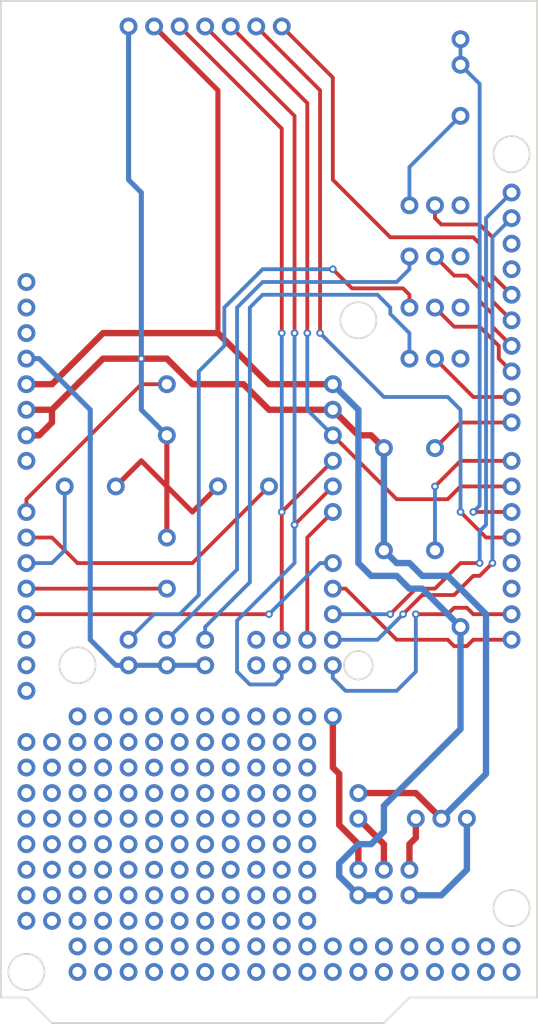
<source format=kicad_pcb>
(kicad_pcb (version 20171130) (host pcbnew "(5.1.8)-1")

  (general
    (thickness 1.6)
    (drawings 54)
    (tracks 515)
    (zones 0)
    (modules 0)
    (nets 1)
  )

  (page User 101.6 152.4)
  (layers
    (0 F.Cu mixed)
    (31 B.Cu mixed)
    (33 F.Adhes user hide)
    (35 F.Paste user hide)
    (37 F.SilkS user hide)
    (38 B.Mask user hide)
    (39 F.Mask user hide)
    (40 Dwgs.User user)
    (41 Cmts.User user hide)
    (42 Eco1.User user hide)
    (43 Eco2.User user hide)
    (44 Edge.Cuts user)
    (45 Margin user hide)
    (46 B.CrtYd user hide)
    (47 F.CrtYd user hide)
    (49 F.Fab user hide)
  )

  (setup
    (last_trace_width 0.381)
    (user_trace_width 0.254)
    (user_trace_width 0.381)
    (user_trace_width 0.508)
    (user_trace_width 0.635)
    (trace_clearance 0.2)
    (zone_clearance 0.508)
    (zone_45_only yes)
    (trace_min 0.1778)
    (via_size 0.8)
    (via_drill 0.4)
    (via_min_size 0.381)
    (via_min_drill 0.2794)
    (user_via 0.762 0.381)
    (user_via 1.778 1.016)
    (uvia_size 0.508)
    (uvia_drill 0.254)
    (uvias_allowed yes)
    (uvia_min_size 0.508)
    (uvia_min_drill 0.254)
    (edge_width 0.05)
    (segment_width 0.2)
    (pcb_text_width 0.3)
    (pcb_text_size 1.5 1.5)
    (mod_edge_width 0.12)
    (mod_text_size 1 1)
    (mod_text_width 0.15)
    (pad_size 1.524 1.524)
    (pad_drill 0.762)
    (pad_to_mask_clearance 0)
    (aux_axis_origin 0 0)
    (grid_origin 8.89 8.89)
    (visible_elements 7FFFFFFF)
    (pcbplotparams
      (layerselection 0x2f0ea_ffffffff)
      (usegerberextensions false)
      (usegerberattributes true)
      (usegerberadvancedattributes true)
      (creategerberjobfile true)
      (excludeedgelayer true)
      (linewidth 0.127000)
      (plotframeref true)
      (viasonmask true)
      (mode 1)
      (useauxorigin false)
      (hpglpennumber 1)
      (hpglpenspeed 20)
      (hpglpendiameter 15.000000)
      (psnegative false)
      (psa4output false)
      (plotreference true)
      (plotvalue true)
      (plotinvisibletext false)
      (padsonsilk false)
      (subtractmaskfromsilk true)
      (outputformat 1)
      (mirror false)
      (drillshape 0)
      (scaleselection 1)
      (outputdirectory ""))
  )

  (net 0 "")

  (net_class Default "This is the default net class."
    (clearance 0.2)
    (trace_width 0.25)
    (via_dia 0.8)
    (via_drill 0.4)
    (uvia_dia 0.508)
    (uvia_drill 0.254)
  )

  (gr_line (start 60.325 86.36) (end 60.325 99.06) (layer Dwgs.User) (width 0.15) (tstamp 601B0AEE))
  (gr_line (start 70.485 86.36) (end 60.325 86.36) (layer Dwgs.User) (width 0.15))
  (gr_line (start 70.485 99.06) (end 70.485 86.36) (layer Dwgs.User) (width 0.15))
  (gr_line (start 60.325 99.06) (end 70.485 99.06) (layer Dwgs.User) (width 0.15))
  (gr_circle (center 57.15 48.26) (end 58.946051 48.26) (layer Edge.Cuts) (width 0.1778))
  (gr_line (start 62.23 115.57) (end 74.93 115.57) (layer Edge.Cuts) (width 0.1778) (tstamp 5FDE6659))
  (gr_line (start 59.69 118.11) (end 26.67 118.11) (layer Edge.Cuts) (width 0.1778) (tstamp 5FDE6656))
  (gr_circle (center 24.13 113.03) (end 25.4 114.3) (layer Edge.Cuts) (width 0.1778))
  (gr_line (start 59.69 118.11) (end 62.23 115.57) (layer Edge.Cuts) (width 0.1778))
  (gr_circle (center 72.39 106.68) (end 73.66 107.95) (layer Edge.Cuts) (width 0.1778))
  (gr_line (start 24.13 115.57) (end 26.67 118.11) (layer Edge.Cuts) (width 0.1778))
  (gr_line (start 21.59 115.57) (end 24.13 115.57) (layer Edge.Cuts) (width 0.1778))
  (gr_circle (center 29.21 82.55) (end 30.48 83.82) (layer Edge.Cuts) (width 0.1778))
  (gr_circle (center 57.15 82.55) (end 58.42 83.185) (layer Edge.Cuts) (width 0.1778))
  (gr_circle (center 72.39 31.75) (end 73.66 30.48) (layer Edge.Cuts) (width 0.1778))
  (gr_line (start 74.93 16.51) (end 21.59 16.51) (layer Edge.Cuts) (width 0.1778) (tstamp 5FC4A363))
  (gr_line (start 74.93 115.57) (end 74.93 16.51) (layer Edge.Cuts) (width 0.1778))
  (gr_line (start 21.59 16.51) (end 21.59 115.57) (layer Edge.Cuts) (width 0.1778))
  (gr_line (start 68.58 49.53) (end 68.58 45.72) (layer Dwgs.User) (width 0.15))
  (gr_line (start 60.96 49.53) (end 68.58 49.53) (layer Dwgs.User) (width 0.15))
  (gr_line (start 68.58 45.72) (end 60.96 45.72) (layer Dwgs.User) (width 0.15) (tstamp 5FC35979))
  (gr_line (start 60.96 45.72) (end 60.96 49.53) (layer Dwgs.User) (width 0.15))
  (gr_line (start 68.58 40.64) (end 60.96 40.64) (layer Dwgs.User) (width 0.15) (tstamp 5FC3595A))
  (gr_line (start 60.96 44.45) (end 68.58 44.45) (layer Dwgs.User) (width 0.15))
  (gr_line (start 60.96 40.64) (end 60.96 44.45) (layer Dwgs.User) (width 0.15))
  (gr_line (start 68.58 44.45) (end 68.58 40.64) (layer Dwgs.User) (width 0.15))
  (gr_line (start 68.58 35.56) (end 60.96 35.56) (layer Dwgs.User) (width 0.15) (tstamp 5FC35953))
  (gr_line (start 60.96 35.56) (end 60.96 39.37) (layer Dwgs.User) (width 0.15))
  (gr_line (start 60.96 39.37) (end 68.58 39.37) (layer Dwgs.User) (width 0.15))
  (gr_line (start 68.58 39.37) (end 68.58 35.56) (layer Dwgs.User) (width 0.15))
  (gr_circle (center 30.48 64.77) (end 33.02 64.77) (layer Dwgs.User) (width 0.15))
  (gr_circle (center 62.23 71.12) (end 64.77 71.12) (layer Dwgs.User) (width 0.15))
  (gr_line (start 25.4 45.72) (end 59.69 45.72) (layer Dwgs.User) (width 0.15))
  (gr_line (start 59.69 22.86) (end 25.4 22.86) (layer Dwgs.User) (width 0.15))
  (gr_line (start 68.58 50.8) (end 60.96 50.8) (layer Dwgs.User) (width 0.15) (tstamp 5FC3597F))
  (gr_line (start 68.58 54.61) (end 68.58 50.8) (layer Dwgs.User) (width 0.15))
  (gr_line (start 60.96 54.61) (end 68.58 54.61) (layer Dwgs.User) (width 0.15))
  (gr_line (start 60.96 50.8) (end 60.96 54.61) (layer Dwgs.User) (width 0.15))
  (gr_circle (center 67.31 24.13) (end 67.31 30.48) (layer Dwgs.User) (width 0.15))
  (gr_circle (center 45.72 64.77) (end 48.26 64.77) (layer Dwgs.User) (width 0.15))
  (gr_circle (center 38.1 72.39) (end 38.1 69.85) (layer Dwgs.User) (width 0.15))
  (gr_circle (center 38.1 57.15) (end 38.1 54.61) (layer Dwgs.User) (width 0.15))
  (gr_circle (center 62.23 60.96) (end 64.77 60.96) (layer Dwgs.User) (width 0.15))
  (gr_line (start 59.69 17.78) (end 25.4 17.78) (layer Dwgs.User) (width 0.15) (tstamp 5FC3435D))
  (gr_line (start 59.69 50.8) (end 59.69 17.78) (layer Dwgs.User) (width 0.15))
  (gr_line (start 25.4 50.8) (end 59.69 50.8) (layer Dwgs.User) (width 0.15))
  (gr_line (start 25.4 17.78) (end 25.4 50.8) (layer Dwgs.User) (width 0.15))
  (gr_line (start 53.34 78.74) (end 45.72 78.74) (layer Dwgs.User) (width 0.15) (tstamp 5FC342E7))
  (gr_line (start 53.34 83.82) (end 53.34 78.74) (layer Dwgs.User) (width 0.15))
  (gr_line (start 45.72 83.82) (end 53.34 83.82) (layer Dwgs.User) (width 0.15))
  (gr_line (start 45.72 78.74) (end 45.72 83.82) (layer Dwgs.User) (width 0.15))
  (gr_circle (center 41.91 81.28) (end 41.91 80.01) (layer Dwgs.User) (width 0.15))
  (gr_circle (center 38.1 81.28) (end 38.1 80.01) (layer Dwgs.User) (width 0.15))
  (gr_circle (center 34.29 81.28) (end 34.29 80.01) (layer Dwgs.User) (width 0.15))

  (via blind (at 49.53 67.31) (size 0.762) (drill 0.381) (layers F.Cu B.Cu) (net 0))
  (via (at 53.34 49.53) (size 0.762) (drill 0.381) (layers F.Cu B.Cu) (net 0))
  (via blind (at 35.56 52.07) (size 0.762) (drill 0.381) (layers F.Cu B.Cu) (net 0))
  (segment (start 38.1 59.69) (end 38.1 59.69) (width 0.381) (layer F.Cu) (net 0))
  (segment (start 33.02 64.77) (end 33.02 64.77) (width 0.381) (layer F.Cu) (net 0))
  (segment (start 49.53 82.55) (end 49.53 82.55) (width 0.381) (layer B.Cu) (net 0) (tstamp 5FC45E05))
  (segment (start 27.94 64.77) (end 27.94 64.77) (width 0.381) (layer B.Cu) (net 0) (tstamp 5FC45E01))
  (segment (start 38.1 54.61) (end 38.1 54.61) (width 0.381) (layer F.Cu) (net 0) (tstamp 5FC45DED))
  (segment (start 35.56 54.61) (end 24.13 66.04) (width 0.381) (layer F.Cu) (net 0))
  (segment (start 24.13 66.04) (end 24.13 67.31) (width 0.381) (layer F.Cu) (net 0))
  (segment (start 38.1 74.93) (end 38.1 74.93) (width 0.381) (layer F.Cu) (net 0))
  (segment (start 26.67 72.39) (end 24.13 72.39) (width 0.381) (layer B.Cu) (net 0))
  (segment (start 48.26 64.77) (end 48.26 64.77) (width 0.381) (layer F.Cu) (net 0))
  (segment (start 40.64 72.39) (end 29.21 72.39) (width 0.381) (layer F.Cu) (net 0))
  (segment (start 29.21 72.39) (end 26.67 69.85) (width 0.381) (layer F.Cu) (net 0))
  (segment (start 26.67 69.85) (end 24.13 69.85) (width 0.381) (layer F.Cu) (net 0))
  (via blind (at 50.8 68.58) (size 0.762) (drill 0.381) (layers F.Cu B.Cu) (net 0))
  (segment (start 67.31 64.77) (end 66.04 66.04) (width 0.381) (layer F.Cu) (net 0))
  (segment (start 67.31 62.23) (end 64.77 64.77) (width 0.381) (layer F.Cu) (net 0))
  (via blind (at 64.77 64.77) (size 0.762) (drill 0.381) (layers F.Cu B.Cu) (net 0))
  (segment (start 62.23 52.07) (end 62.23 52.07) (width 0.381) (layer B.Cu) (net 0) (tstamp 5FC36994))
  (segment (start 62.23 46.99) (end 62.23 46.99) (width 0.381) (layer F.Cu) (net 0) (tstamp 5FC36992))
  (segment (start 62.23 41.91) (end 62.23 41.91) (width 0.381) (layer B.Cu) (net 0) (tstamp 5FC3698C))
  (segment (start 62.23 36.83) (end 62.23 36.83) (width 0.381) (layer B.Cu) (net 0) (tstamp 5FC3698A))
  (segment (start 43.815 46.99) (end 43.815 50.8) (width 0.381) (layer B.Cu) (net 0))
  (segment (start 47.625 43.18) (end 43.815 46.99) (width 0.381) (layer B.Cu) (net 0))
  (segment (start 47.625 44.45) (end 45.085 46.99) (width 0.381) (layer B.Cu) (net 0))
  (segment (start 62.23 43.18) (end 60.96 44.45) (width 0.381) (layer B.Cu) (net 0))
  (via (at 49.53 49.53) (size 0.762) (drill 0.381) (layers F.Cu B.Cu) (net 0))
  (segment (start 49.53 49.53) (end 49.53 67.31) (width 0.381) (layer B.Cu) (net 0) (tstamp 5FC36653))
  (via (at 50.8 49.53) (size 0.762) (drill 0.381) (layers F.Cu B.Cu) (net 0))
  (via (at 52.07 49.53) (size 0.762) (drill 0.381) (layers F.Cu B.Cu) (net 0))
  (segment (start 52.07 49.53) (end 52.07 57.15) (width 0.381) (layer B.Cu) (net 0) (tstamp 5FC3664F))
  (segment (start 52.07 57.15) (end 54.61 59.69) (width 0.381) (layer B.Cu) (net 0))
  (segment (start 48.26 54.61) (end 43.18 49.53) (width 0.635) (layer F.Cu) (net 0))
  (segment (start 43.18 49.53) (end 34.29 49.53) (width 0.635) (layer F.Cu) (net 0))
  (segment (start 62.23 33.02) (end 67.31 27.94) (width 0.381) (layer B.Cu) (net 0))
  (segment (start 68.58 55.88) (end 64.77 52.07) (width 0.381) (layer F.Cu) (net 0))
  (segment (start 48.26 57.15) (end 45.72 54.61) (width 0.635) (layer F.Cu) (net 0))
  (segment (start 52.07 69.85) (end 52.07 80.01) (width 0.381) (layer F.Cu) (net 0))
  (segment (start 49.53 67.31) (end 49.53 80.01) (width 0.381) (layer F.Cu) (net 0) (tstamp 5FC35249))
  (segment (start 27.94 71.12) (end 26.67 72.39) (width 0.381) (layer B.Cu) (net 0))
  (segment (start 38.1 52.07) (end 40.64 54.61) (width 0.635) (layer F.Cu) (net 0))
  (segment (start 31.75 52.07) (end 38.1 52.07) (width 0.635) (layer F.Cu) (net 0))
  (segment (start 49.53 80.01) (end 49.53 68.58) (width 0.381) (layer F.Cu) (net 0) (tstamp 5FC36604))
  (segment (start 49.53 82.55) (end 49.53 82.55) (width 0.381) (layer B.Cu) (net 0))
  (segment (start 38.1 69.85) (end 38.1 69.85) (width 0.381) (layer F.Cu) (net 0) (tstamp 5FC45DEF))
  (segment (start 50.8 68.58) (end 50.8 68.58) (width 0.381) (layer F.Cu) (net 0) (tstamp 5FC36C35))
  (segment (start 38.1 69.85) (end 38.1 69.85) (width 0.381) (layer F.Cu) (net 0) (tstamp 5FC369FD))
  (segment (start 49.53 82.55) (end 49.53 82.55) (width 0.381) (layer B.Cu) (net 0) (tstamp 5FC36606))
  (via (at 49.53 105.41) (size 1.778) (drill 1.016) (layers F.Cu B.Cu) (net 0))
  (via (at 46.99 105.41) (size 1.778) (drill 1.016) (layers F.Cu B.Cu) (net 0))
  (via (at 44.45 105.41) (size 1.778) (drill 1.016) (layers F.Cu B.Cu) (net 0))
  (via (at 41.91 105.41) (size 1.778) (drill 1.016) (layers F.Cu B.Cu) (net 0))
  (via (at 39.37 105.41) (size 1.778) (drill 1.016) (layers F.Cu B.Cu) (net 0))
  (via (at 36.83 105.41) (size 1.778) (drill 1.016) (layers F.Cu B.Cu) (net 0))
  (via (at 34.29 105.41) (size 1.778) (drill 1.016) (layers F.Cu B.Cu) (net 0))
  (via (at 31.75 105.41) (size 1.778) (drill 1.016) (layers F.Cu B.Cu) (net 0))
  (via (at 29.21 105.41) (size 1.778) (drill 1.016) (layers F.Cu B.Cu) (net 0))
  (via (at 29.21 107.95) (size 1.778) (drill 1.016) (layers F.Cu B.Cu) (net 0))
  (via (at 29.21 110.49) (size 1.778) (drill 1.016) (layers F.Cu B.Cu) (net 0))
  (via (at 29.21 113.03) (size 1.778) (drill 1.016) (layers F.Cu B.Cu) (net 0))
  (via (at 31.75 113.03) (size 1.778) (drill 1.016) (layers F.Cu B.Cu) (net 0))
  (via (at 31.75 110.49) (size 1.778) (drill 1.016) (layers F.Cu B.Cu) (net 0))
  (via (at 31.75 107.95) (size 1.778) (drill 1.016) (layers F.Cu B.Cu) (net 0))
  (via (at 34.29 107.95) (size 1.778) (drill 1.016) (layers F.Cu B.Cu) (net 0))
  (via (at 34.29 110.49) (size 1.778) (drill 1.016) (layers F.Cu B.Cu) (net 0))
  (via (at 34.29 113.03) (size 1.778) (drill 1.016) (layers F.Cu B.Cu) (net 0))
  (via (at 36.83 113.03) (size 1.778) (drill 1.016) (layers F.Cu B.Cu) (net 0))
  (via (at 36.83 110.49) (size 1.778) (drill 1.016) (layers F.Cu B.Cu) (net 0))
  (via (at 36.83 107.95) (size 1.778) (drill 1.016) (layers F.Cu B.Cu) (net 0))
  (via (at 39.37 107.95) (size 1.778) (drill 1.016) (layers F.Cu B.Cu) (net 0))
  (via (at 39.37 110.49) (size 1.778) (drill 1.016) (layers F.Cu B.Cu) (net 0))
  (via (at 39.37 113.03) (size 1.778) (drill 1.016) (layers F.Cu B.Cu) (net 0))
  (via (at 49.53 107.95) (size 1.778) (drill 1.016) (layers F.Cu B.Cu) (net 0))
  (via (at 46.99 107.95) (size 1.778) (drill 1.016) (layers F.Cu B.Cu) (net 0))
  (via (at 44.45 107.95) (size 1.778) (drill 1.016) (layers F.Cu B.Cu) (net 0))
  (via (at 41.91 107.95) (size 1.778) (drill 1.016) (layers F.Cu B.Cu) (net 0))
  (via (at 41.91 110.49) (size 1.778) (drill 1.016) (layers F.Cu B.Cu) (net 0))
  (via (at 41.91 113.03) (size 1.778) (drill 1.016) (layers F.Cu B.Cu) (net 0))
  (via (at 44.45 113.03) (size 1.778) (drill 1.016) (layers F.Cu B.Cu) (net 0))
  (via (at 44.45 110.49) (size 1.778) (drill 1.016) (layers F.Cu B.Cu) (net 0))
  (via (at 49.53 82.55) (size 1.778) (drill 1.016) (layers F.Cu B.Cu) (net 0))
  (via (at 49.53 80.01) (size 1.778) (drill 1.016) (layers F.Cu B.Cu) (net 0))
  (via (at 52.07 80.01) (size 1.778) (drill 1.016) (layers F.Cu B.Cu) (net 0))
  (via (at 52.07 82.55) (size 1.778) (drill 1.016) (layers F.Cu B.Cu) (net 0))
  (via (at 46.99 80.01) (size 1.778) (drill 1.016) (layers F.Cu B.Cu) (net 0))
  (via (at 46.99 82.55) (size 1.778) (drill 1.016) (layers F.Cu B.Cu) (net 0))
  (via (at 54.61 80.01) (size 1.778) (drill 1.016) (layers F.Cu B.Cu) (net 0))
  (via (at 54.61 77.47) (size 1.778) (drill 1.016) (layers F.Cu B.Cu) (net 0))
  (via (at 54.61 74.93) (size 1.778) (drill 1.016) (layers F.Cu B.Cu) (net 0))
  (via (at 41.91 82.55) (size 1.778) (drill 1.016) (layers F.Cu B.Cu) (net 0))
  (via (at 41.91 80.01) (size 1.778) (drill 1.016) (layers F.Cu B.Cu) (net 0))
  (via (at 38.1 80.01) (size 1.778) (drill 1.016) (layers F.Cu B.Cu) (net 0))
  (via (at 38.1 82.55) (size 1.778) (drill 1.016) (layers F.Cu B.Cu) (net 0))
  (via (at 34.29 80.01) (size 1.778) (drill 1.016) (layers F.Cu B.Cu) (net 0))
  (via (at 24.13 74.93) (size 1.778) (drill 1.016) (layers F.Cu B.Cu) (net 0))
  (via (at 24.13 72.39) (size 1.778) (drill 1.016) (layers F.Cu B.Cu) (net 0))
  (via (at 24.13 69.85) (size 1.778) (drill 1.016) (layers F.Cu B.Cu) (net 0))
  (via (at 24.13 67.31) (size 1.778) (drill 1.016) (layers F.Cu B.Cu) (net 0))
  (via (at 24.13 90.17) (size 1.778) (drill 1.016) (layers F.Cu B.Cu) (net 0))
  (via (at 24.13 85.09) (size 1.778) (drill 1.016) (layers F.Cu B.Cu) (net 0))
  (via (at 24.13 82.55) (size 1.778) (drill 1.016) (layers F.Cu B.Cu) (net 0))
  (via (at 24.13 80.01) (size 1.778) (drill 1.016) (layers F.Cu B.Cu) (net 0))
  (via (at 24.13 92.71) (size 1.778) (drill 1.016) (layers F.Cu B.Cu) (net 0))
  (via (at 26.67 92.71) (size 1.778) (drill 1.016) (layers F.Cu B.Cu) (net 0))
  (via (at 26.67 90.17) (size 1.778) (drill 1.016) (layers F.Cu B.Cu) (net 0))
  (via (at 72.39 80.01) (size 1.778) (drill 1.016) (layers F.Cu B.Cu) (net 0))
  (via (at 72.39 74.93) (size 1.778) (drill 1.016) (layers F.Cu B.Cu) (net 0))
  (via (at 72.39 72.39) (size 1.778) (drill 1.016) (layers F.Cu B.Cu) (net 0))
  (via (at 72.39 69.85) (size 1.778) (drill 1.016) (layers F.Cu B.Cu) (net 0))
  (via (at 72.39 67.31) (size 1.778) (drill 1.016) (layers F.Cu B.Cu) (net 0))
  (segment (start 72.39 64.77) (end 67.31 64.77) (width 0.381) (layer F.Cu) (net 0) (tstamp 5FDE63AB))
  (via (at 72.39 64.77) (size 1.778) (drill 1.016) (layers F.Cu B.Cu) (net 0))
  (segment (start 72.39 62.23) (end 67.31 62.23) (width 0.381) (layer F.Cu) (net 0) (tstamp 5FDE63AD))
  (via (at 72.39 62.23) (size 1.778) (drill 1.016) (layers F.Cu B.Cu) (net 0))
  (via (at 72.39 58.42) (size 1.778) (drill 1.016) (layers F.Cu B.Cu) (net 0))
  (segment (start 72.39 55.88) (end 68.58 55.88) (width 0.381) (layer F.Cu) (net 0) (tstamp 5FDE63B1))
  (via (at 72.39 55.88) (size 1.778) (drill 1.016) (layers F.Cu B.Cu) (net 0))
  (via (at 72.39 53.34) (size 1.778) (drill 1.016) (layers F.Cu B.Cu) (net 0))
  (via (at 72.39 50.8) (size 1.778) (drill 1.016) (layers F.Cu B.Cu) (net 0))
  (via (at 72.39 48.26) (size 1.778) (drill 1.016) (layers F.Cu B.Cu) (net 0))
  (via (at 72.39 45.72) (size 1.778) (drill 1.016) (layers F.Cu B.Cu) (net 0))
  (via (at 72.39 43.18) (size 1.778) (drill 1.016) (layers F.Cu B.Cu) (net 0))
  (via (at 72.39 40.64) (size 1.778) (drill 1.016) (layers F.Cu B.Cu) (net 0))
  (via (at 72.39 38.1) (size 1.778) (drill 1.016) (layers F.Cu B.Cu) (net 0))
  (via (at 72.39 35.56) (size 1.778) (drill 1.016) (layers F.Cu B.Cu) (net 0))
  (segment (start 64.77 36.83) (end 64.77 36.83) (width 0.381) (layer F.Cu) (net 0) (tstamp 5FDE63BF))
  (via (at 67.31 36.83) (size 1.778) (drill 1.016) (layers F.Cu B.Cu) (net 0))
  (via (at 64.77 36.83) (size 1.778) (drill 1.016) (layers F.Cu B.Cu) (net 0))
  (via (at 62.23 36.83) (size 1.778) (drill 1.016) (layers F.Cu B.Cu) (net 0))
  (via (at 62.23 41.91) (size 1.778) (drill 1.016) (layers F.Cu B.Cu) (net 0))
  (segment (start 62.23 41.91) (end 62.23 43.18) (width 0.381) (layer B.Cu) (net 0) (tstamp 5FDE63C3))
  (via (at 64.77 41.91) (size 1.778) (drill 1.016) (layers F.Cu B.Cu) (net 0))
  (segment (start 64.77 41.91) (end 64.77 41.91) (width 0.381) (layer F.Cu) (net 0) (tstamp 5FDE63C5))
  (via (at 67.31 41.91) (size 1.778) (drill 1.016) (layers F.Cu B.Cu) (net 0))
  (segment (start 64.77 46.99) (end 64.77 46.99) (width 0.381) (layer F.Cu) (net 0) (tstamp 5FDE63C7))
  (via (at 67.31 46.99) (size 1.778) (drill 1.016) (layers F.Cu B.Cu) (net 0))
  (via (at 64.77 46.99) (size 1.778) (drill 1.016) (layers F.Cu B.Cu) (net 0))
  (via (at 62.23 46.99) (size 1.778) (drill 1.016) (layers F.Cu B.Cu) (net 0))
  (via (at 62.23 52.07) (size 1.778) (drill 1.016) (layers F.Cu B.Cu) (net 0))
  (via (at 64.77 52.07) (size 1.778) (drill 1.016) (layers F.Cu B.Cu) (net 0))
  (segment (start 64.77 52.07) (end 64.77 52.07) (width 0.381) (layer F.Cu) (net 0) (tstamp 5FDE63CD))
  (via (at 67.31 52.07) (size 1.778) (drill 1.016) (layers F.Cu B.Cu) (net 0))
  (via (at 64.77 60.96) (size 1.778) (drill 1.016) (layers F.Cu B.Cu) (net 0))
  (via (at 59.69 60.96) (size 1.778) (drill 1.016) (layers F.Cu B.Cu) (net 0))
  (via (at 64.77 71.12) (size 1.778) (drill 1.016) (layers F.Cu B.Cu) (net 0))
  (via (at 59.69 71.12) (size 1.778) (drill 1.016) (layers F.Cu B.Cu) (net 0))
  (segment (start 54.61 67.31) (end 52.07 69.85) (width 0.381) (layer F.Cu) (net 0) (tstamp 5FDE63D7))
  (via (at 54.61 67.31) (size 1.778) (drill 1.016) (layers F.Cu B.Cu) (net 0))
  (segment (start 54.61 64.77) (end 50.8 68.58) (width 0.381) (layer F.Cu) (net 0) (tstamp 5FDE63D9))
  (via (at 54.61 64.77) (size 1.778) (drill 1.016) (layers F.Cu B.Cu) (net 0))
  (segment (start 54.61 62.23) (end 49.53 67.31) (width 0.381) (layer F.Cu) (net 0) (tstamp 5FDE63DB))
  (via (at 54.61 62.23) (size 1.778) (drill 1.016) (layers F.Cu B.Cu) (net 0))
  (via (at 54.61 59.69) (size 1.778) (drill 1.016) (layers F.Cu B.Cu) (net 0))
  (segment (start 54.61 57.15) (end 48.26 57.15) (width 0.635) (layer F.Cu) (net 0) (tstamp 5FDE63DF))
  (via (at 54.61 57.15) (size 1.778) (drill 1.016) (layers F.Cu B.Cu) (net 0))
  (segment (start 54.61 54.61) (end 48.26 54.61) (width 0.635) (layer F.Cu) (net 0) (tstamp 5FDE63E1))
  (via (at 54.61 54.61) (size 1.778) (drill 1.016) (layers F.Cu B.Cu) (net 0))
  (segment (start 48.26 64.77) (end 40.64 72.39) (width 0.381) (layer F.Cu) (net 0) (tstamp 5FDE63E3))
  (via (at 48.26 64.77) (size 1.778) (drill 1.016) (layers F.Cu B.Cu) (net 0))
  (segment (start 43.18 64.77) (end 43.18 64.77) (width 0.381) (layer F.Cu) (net 0) (tstamp 5FDE63E5))
  (via (at 43.18 64.77) (size 1.778) (drill 1.016) (layers F.Cu B.Cu) (net 0))
  (segment (start 38.1 69.85) (end 38.1 69.85) (width 0.381) (layer F.Cu) (net 0) (tstamp 5FDE63F6))
  (via (at 38.1 69.85) (size 1.778) (drill 1.016) (layers F.Cu B.Cu) (net 0))
  (segment (start 38.1 74.93) (end 24.13 74.93) (width 0.381) (layer F.Cu) (net 0) (tstamp 5FDE63F8))
  (via (at 38.1 74.93) (size 1.778) (drill 1.016) (layers F.Cu B.Cu) (net 0))
  (segment (start 38.1 54.61) (end 35.56 54.61) (width 0.381) (layer F.Cu) (net 0) (tstamp 5FDE63FA))
  (via (at 38.1 54.61) (size 1.778) (drill 1.016) (layers F.Cu B.Cu) (net 0))
  (via (at 38.1 59.69) (size 1.778) (drill 1.016) (layers F.Cu B.Cu) (net 0))
  (via (at 33.02 64.77) (size 1.778) (drill 1.016) (layers F.Cu B.Cu) (net 0))
  (segment (start 27.94 64.77) (end 27.94 71.12) (width 0.381) (layer B.Cu) (net 0) (tstamp 5FDE6400))
  (via (at 27.94 64.77) (size 1.778) (drill 1.016) (layers F.Cu B.Cu) (net 0))
  (via (at 52.07 87.63) (size 1.778) (drill 1.016) (layers F.Cu B.Cu) (net 0))
  (via (at 49.53 87.63) (size 1.778) (drill 1.016) (layers F.Cu B.Cu) (net 0))
  (via (at 46.99 87.63) (size 1.778) (drill 1.016) (layers F.Cu B.Cu) (net 0))
  (via (at 44.45 87.63) (size 1.778) (drill 1.016) (layers F.Cu B.Cu) (net 0))
  (via (at 41.91 87.63) (size 1.778) (drill 1.016) (layers F.Cu B.Cu) (net 0))
  (via (at 39.37 87.63) (size 1.778) (drill 1.016) (layers F.Cu B.Cu) (net 0))
  (via (at 36.83 87.63) (size 1.778) (drill 1.016) (layers F.Cu B.Cu) (net 0))
  (via (at 34.29 87.63) (size 1.778) (drill 1.016) (layers F.Cu B.Cu) (net 0))
  (via (at 31.75 87.63) (size 1.778) (drill 1.016) (layers F.Cu B.Cu) (net 0))
  (via (at 31.75 90.17) (size 1.778) (drill 1.016) (layers F.Cu B.Cu) (net 0))
  (via (at 31.75 92.71) (size 1.778) (drill 1.016) (layers F.Cu B.Cu) (net 0))
  (via (at 31.75 95.25) (size 1.778) (drill 1.016) (layers F.Cu B.Cu) (net 0))
  (via (at 31.75 97.79) (size 1.778) (drill 1.016) (layers F.Cu B.Cu) (net 0))
  (via (at 31.75 100.33) (size 1.778) (drill 1.016) (layers F.Cu B.Cu) (net 0))
  (via (at 31.75 102.87) (size 1.778) (drill 1.016) (layers F.Cu B.Cu) (net 0))
  (via (at 29.21 102.87) (size 1.778) (drill 1.016) (layers F.Cu B.Cu) (net 0))
  (via (at 26.67 102.87) (size 1.778) (drill 1.016) (layers F.Cu B.Cu) (net 0))
  (via (at 26.67 100.33) (size 1.778) (drill 1.016) (layers F.Cu B.Cu) (net 0))
  (via (at 24.13 100.33) (size 1.778) (drill 1.016) (layers F.Cu B.Cu) (net 0))
  (via (at 24.13 97.79) (size 1.778) (drill 1.016) (layers F.Cu B.Cu) (net 0))
  (via (at 26.67 97.79) (size 1.778) (drill 1.016) (layers F.Cu B.Cu) (net 0))
  (via (at 26.67 95.25) (size 1.778) (drill 1.016) (layers F.Cu B.Cu) (net 0))
  (via (at 24.13 95.25) (size 1.778) (drill 1.016) (layers F.Cu B.Cu) (net 0))
  (via (at 26.67 105.41) (size 1.778) (drill 1.016) (layers F.Cu B.Cu) (net 0))
  (via (at 24.13 105.41) (size 1.778) (drill 1.016) (layers F.Cu B.Cu) (net 0))
  (via (at 24.13 107.95) (size 1.778) (drill 1.016) (layers F.Cu B.Cu) (net 0))
  (via (at 24.13 102.87) (size 1.778) (drill 1.016) (layers F.Cu B.Cu) (net 0))
  (via (at 26.67 107.95) (size 1.778) (drill 1.016) (layers F.Cu B.Cu) (net 0))
  (via (at 29.21 100.33) (size 1.778) (drill 1.016) (layers F.Cu B.Cu) (net 0))
  (via (at 29.21 97.79) (size 1.778) (drill 1.016) (layers F.Cu B.Cu) (net 0))
  (via (at 29.21 95.25) (size 1.778) (drill 1.016) (layers F.Cu B.Cu) (net 0))
  (via (at 29.21 92.71) (size 1.778) (drill 1.016) (layers F.Cu B.Cu) (net 0))
  (via (at 29.21 90.17) (size 1.778) (drill 1.016) (layers F.Cu B.Cu) (net 0))
  (via (at 29.21 87.63) (size 1.778) (drill 1.016) (layers F.Cu B.Cu) (net 0))
  (via (at 34.29 90.17) (size 1.778) (drill 1.016) (layers F.Cu B.Cu) (net 0))
  (via (at 36.83 90.17) (size 1.778) (drill 1.016) (layers F.Cu B.Cu) (net 0))
  (via (at 39.37 90.17) (size 1.778) (drill 1.016) (layers F.Cu B.Cu) (net 0))
  (via (at 39.37 92.71) (size 1.778) (drill 1.016) (layers F.Cu B.Cu) (net 0))
  (via (at 36.83 92.71) (size 1.778) (drill 1.016) (layers F.Cu B.Cu) (net 0))
  (via (at 34.29 92.71) (size 1.778) (drill 1.016) (layers F.Cu B.Cu) (net 0))
  (via (at 34.29 95.25) (size 1.778) (drill 1.016) (layers F.Cu B.Cu) (net 0))
  (via (at 34.29 97.79) (size 1.778) (drill 1.016) (layers F.Cu B.Cu) (net 0))
  (via (at 34.29 100.33) (size 1.778) (drill 1.016) (layers F.Cu B.Cu) (net 0))
  (via (at 34.29 102.87) (size 1.778) (drill 1.016) (layers F.Cu B.Cu) (net 0))
  (via (at 36.83 102.87) (size 1.778) (drill 1.016) (layers F.Cu B.Cu) (net 0))
  (via (at 36.83 100.33) (size 1.778) (drill 1.016) (layers F.Cu B.Cu) (net 0))
  (via (at 36.83 97.79) (size 1.778) (drill 1.016) (layers F.Cu B.Cu) (net 0))
  (via (at 36.83 95.25) (size 1.778) (drill 1.016) (layers F.Cu B.Cu) (net 0))
  (via (at 39.37 95.25) (size 1.778) (drill 1.016) (layers F.Cu B.Cu) (net 0))
  (via (at 39.37 97.79) (size 1.778) (drill 1.016) (layers F.Cu B.Cu) (net 0))
  (via (at 39.37 100.33) (size 1.778) (drill 1.016) (layers F.Cu B.Cu) (net 0))
  (via (at 39.37 102.87) (size 1.778) (drill 1.016) (layers F.Cu B.Cu) (net 0))
  (via (at 41.91 102.87) (size 1.778) (drill 1.016) (layers F.Cu B.Cu) (net 0))
  (via (at 44.45 102.87) (size 1.778) (drill 1.016) (layers F.Cu B.Cu) (net 0))
  (via (at 46.99 102.87) (size 1.778) (drill 1.016) (layers F.Cu B.Cu) (net 0))
  (via (at 49.53 102.87) (size 1.778) (drill 1.016) (layers F.Cu B.Cu) (net 0))
  (via (at 49.53 100.33) (size 1.778) (drill 1.016) (layers F.Cu B.Cu) (net 0))
  (via (at 46.99 100.33) (size 1.778) (drill 1.016) (layers F.Cu B.Cu) (net 0))
  (via (at 44.45 100.33) (size 1.778) (drill 1.016) (layers F.Cu B.Cu) (net 0))
  (via (at 41.91 100.33) (size 1.778) (drill 1.016) (layers F.Cu B.Cu) (net 0))
  (via (at 41.91 97.79) (size 1.778) (drill 1.016) (layers F.Cu B.Cu) (net 0))
  (via (at 44.45 97.79) (size 1.778) (drill 1.016) (layers F.Cu B.Cu) (net 0))
  (via (at 46.99 97.79) (size 1.778) (drill 1.016) (layers F.Cu B.Cu) (net 0))
  (via (at 49.53 97.79) (size 1.778) (drill 1.016) (layers F.Cu B.Cu) (net 0))
  (via (at 52.07 107.95) (size 1.778) (drill 1.016) (layers F.Cu B.Cu) (net 0))
  (via (at 49.53 95.25) (size 1.778) (drill 1.016) (layers F.Cu B.Cu) (net 0))
  (via (at 46.99 95.25) (size 1.778) (drill 1.016) (layers F.Cu B.Cu) (net 0))
  (via (at 44.45 95.25) (size 1.778) (drill 1.016) (layers F.Cu B.Cu) (net 0))
  (via (at 41.91 95.25) (size 1.778) (drill 1.016) (layers F.Cu B.Cu) (net 0))
  (via (at 41.91 92.71) (size 1.778) (drill 1.016) (layers F.Cu B.Cu) (net 0))
  (via (at 41.91 90.17) (size 1.778) (drill 1.016) (layers F.Cu B.Cu) (net 0))
  (via (at 44.45 90.17) (size 1.778) (drill 1.016) (layers F.Cu B.Cu) (net 0))
  (via (at 44.45 92.71) (size 1.778) (drill 1.016) (layers F.Cu B.Cu) (net 0))
  (via (at 46.99 92.71) (size 1.778) (drill 1.016) (layers F.Cu B.Cu) (net 0))
  (via (at 46.99 90.17) (size 1.778) (drill 1.016) (layers F.Cu B.Cu) (net 0))
  (via (at 49.53 90.17) (size 1.778) (drill 1.016) (layers F.Cu B.Cu) (net 0))
  (via (at 49.53 92.71) (size 1.778) (drill 1.016) (layers F.Cu B.Cu) (net 0))
  (via (at 52.07 92.71) (size 1.778) (drill 1.016) (layers F.Cu B.Cu) (net 0))
  (via (at 52.07 90.17) (size 1.778) (drill 1.016) (layers F.Cu B.Cu) (net 0))
  (via (at 24.13 62.23) (size 1.778) (drill 1.016) (layers F.Cu B.Cu) (net 0))
  (via (at 24.13 59.69) (size 1.778) (drill 1.016) (layers F.Cu B.Cu) (net 0))
  (via (at 24.13 57.15) (size 1.778) (drill 1.016) (layers F.Cu B.Cu) (net 0))
  (via (at 24.13 54.61) (size 1.778) (drill 1.016) (layers F.Cu B.Cu) (net 0))
  (via (at 24.13 52.07) (size 1.778) (drill 1.016) (layers F.Cu B.Cu) (net 0))
  (via (at 24.13 49.53) (size 1.778) (drill 1.016) (layers F.Cu B.Cu) (net 0))
  (via (at 24.13 46.99) (size 1.778) (drill 1.016) (layers F.Cu B.Cu) (net 0))
  (via (at 24.13 44.45) (size 1.778) (drill 1.016) (layers F.Cu B.Cu) (net 0))
  (via (at 49.53 19.05) (size 1.778) (drill 1.016) (layers F.Cu B.Cu) (net 0))
  (via (at 46.99 19.05) (size 1.778) (drill 1.016) (layers F.Cu B.Cu) (net 0))
  (via (at 44.45 19.05) (size 1.778) (drill 1.016) (layers F.Cu B.Cu) (net 0))
  (via (at 41.91 19.05) (size 1.778) (drill 1.016) (layers F.Cu B.Cu) (net 0))
  (via (at 39.37 19.05) (size 1.778) (drill 1.016) (layers F.Cu B.Cu) (net 0))
  (via (at 36.83 19.05) (size 1.778) (drill 1.016) (layers F.Cu B.Cu) (net 0))
  (via (at 34.29 19.05) (size 1.778) (drill 1.016) (layers F.Cu B.Cu) (net 0))
  (via (at 67.31 27.94) (size 1.778) (drill 1.016) (layers F.Cu B.Cu) (net 0))
  (via (at 67.31 20.32) (size 1.778) (drill 1.016) (layers F.Cu B.Cu) (net 0))
  (via (at 57.15 97.79) (size 1.778) (drill 1.016) (layers F.Cu B.Cu) (net 0))
  (via (at 57.15 110.49) (size 1.778) (drill 1.016) (layers F.Cu B.Cu) (net 0))
  (via (at 57.15 113.03) (size 1.778) (drill 1.016) (layers F.Cu B.Cu) (net 0))
  (via (at 59.69 113.03) (size 1.778) (drill 1.016) (layers F.Cu B.Cu) (net 0))
  (via (at 59.69 110.49) (size 1.778) (drill 1.016) (layers F.Cu B.Cu) (net 0))
  (via (at 62.23 110.49) (size 1.778) (drill 1.016) (layers F.Cu B.Cu) (net 0))
  (via (at 62.23 113.03) (size 1.778) (drill 1.016) (layers F.Cu B.Cu) (net 0))
  (via (at 57.15 95.25) (size 1.778) (drill 1.016) (layers F.Cu B.Cu) (net 0))
  (via (at 52.07 105.41) (size 1.778) (drill 1.016) (layers F.Cu B.Cu) (net 0))
  (via (at 46.99 110.49) (size 1.778) (drill 1.016) (layers F.Cu B.Cu) (net 0))
  (via (at 46.99 113.03) (size 1.778) (drill 1.016) (layers F.Cu B.Cu) (net 0))
  (via (at 49.53 110.49) (size 1.778) (drill 1.016) (layers F.Cu B.Cu) (net 0))
  (via (at 49.53 113.03) (size 1.778) (drill 1.016) (layers F.Cu B.Cu) (net 0))
  (via (at 52.07 113.03) (size 1.778) (drill 1.016) (layers F.Cu B.Cu) (net 0))
  (via (at 52.07 110.49) (size 1.778) (drill 1.016) (layers F.Cu B.Cu) (net 0))
  (segment (start 43.815 50.8) (end 41.275 53.34) (width 0.381) (layer B.Cu) (net 0))
  (segment (start 50.8 49.53) (end 50.8 68.58) (width 0.381) (layer B.Cu) (net 0))
  (segment (start 50.8 68.58) (end 50.8 72.39) (width 0.381) (layer B.Cu) (net 0))
  (via (at 67.945 97.79) (size 1.778) (drill 1.016) (layers F.Cu B.Cu) (net 0))
  (via (at 65.405 97.79) (size 1.778) (drill 1.016) (layers F.Cu B.Cu) (net 0))
  (via (at 62.865 97.79) (size 1.778) (drill 1.016) (layers F.Cu B.Cu) (net 0))
  (via (at 67.31 22.86) (size 1.778) (drill 1.016) (layers F.Cu B.Cu) (net 0))
  (segment (start 67.31 22.86) (end 67.31 20.32) (width 0.381) (layer B.Cu) (net 0))
  (segment (start 49.53 29.21) (end 39.37 19.05) (width 0.381) (layer F.Cu) (net 0))
  (segment (start 49.53 49.53) (end 49.53 29.21) (width 0.381) (layer F.Cu) (net 0))
  (segment (start 50.8 27.94) (end 41.91 19.05) (width 0.381) (layer F.Cu) (net 0))
  (segment (start 50.8 49.53) (end 50.8 27.94) (width 0.381) (layer F.Cu) (net 0))
  (segment (start 52.07 26.67) (end 44.45 19.05) (width 0.381) (layer F.Cu) (net 0))
  (segment (start 52.07 49.53) (end 52.07 26.67) (width 0.381) (layer F.Cu) (net 0))
  (segment (start 54.61 24.13) (end 49.53 19.05) (width 0.381) (layer F.Cu) (net 0))
  (segment (start 54.61 34.29) (end 54.61 24.13) (width 0.381) (layer F.Cu) (net 0))
  (segment (start 53.34 25.4) (end 46.99 19.05) (width 0.381) (layer F.Cu) (net 0))
  (segment (start 53.34 49.53) (end 53.34 25.4) (width 0.381) (layer F.Cu) (net 0))
  (segment (start 24.13 59.69) (end 25.4 59.69) (width 0.635) (layer F.Cu) (net 0))
  (segment (start 25.4 59.69) (end 26.67 58.42) (width 0.635) (layer F.Cu) (net 0))
  (segment (start 26.67 58.42) (end 26.67 57.15) (width 0.635) (layer F.Cu) (net 0))
  (segment (start 26.67 57.15) (end 24.13 57.15) (width 0.635) (layer F.Cu) (net 0))
  (segment (start 26.67 57.15) (end 31.75 52.07) (width 0.635) (layer F.Cu) (net 0))
  (segment (start 60.96 66.04) (end 54.61 59.69) (width 0.381) (layer F.Cu) (net 0))
  (segment (start 60.96 66.04) (end 66.04 66.04) (width 0.381) (layer F.Cu) (net 0) (tstamp 601AB4D7))
  (segment (start 47.625 44.45) (end 60.96 44.45) (width 0.381) (layer B.Cu) (net 0))
  (segment (start 47.625 43.18) (end 54.61 43.18) (width 0.381) (layer B.Cu) (net 0))
  (via (at 24.13 77.47) (size 1.778) (drill 1.016) (layers F.Cu B.Cu) (net 0))
  (via (at 54.61 72.39) (size 1.778) (drill 1.016) (layers F.Cu B.Cu) (net 0))
  (via blind (at 48.26 77.47) (size 0.762) (drill 0.381) (layers F.Cu B.Cu) (net 0))
  (segment (start 54.61 72.39) (end 53.34 72.39) (width 0.381) (layer B.Cu) (net 0))
  (segment (start 53.34 72.39) (end 48.26 77.47) (width 0.381) (layer B.Cu) (net 0))
  (via (at 34.29 82.55) (size 1.778) (drill 1.016) (layers F.Cu B.Cu) (net 0))
  (segment (start 25.4 52.07) (end 30.48 57.15) (width 0.508) (layer B.Cu) (net 0))
  (segment (start 24.13 52.07) (end 25.4 52.07) (width 0.508) (layer B.Cu) (net 0))
  (segment (start 45.72 54.61) (end 40.64 54.61) (width 0.635) (layer F.Cu) (net 0))
  (segment (start 35.56 57.15) (end 38.1 59.69) (width 0.508) (layer B.Cu) (net 0))
  (segment (start 35.56 52.07) (end 35.56 57.15) (width 0.508) (layer B.Cu) (net 0))
  (segment (start 40.64 67.31) (end 43.18 64.77) (width 0.508) (layer F.Cu) (net 0))
  (segment (start 33.02 64.77) (end 35.56 62.23) (width 0.508) (layer F.Cu) (net 0))
  (segment (start 35.56 62.23) (end 40.64 67.31) (width 0.508) (layer F.Cu) (net 0))
  (segment (start 38.1 59.69) (end 38.1 69.85) (width 0.508) (layer F.Cu) (net 0))
  (via blind (at 54.61 43.18) (size 0.762) (drill 0.381) (layers F.Cu B.Cu) (net 0))
  (segment (start 54.61 54.61) (end 57.15 57.15) (width 0.635) (layer B.Cu) (net 0))
  (segment (start 48.26 77.47) (end 24.13 77.47) (width 0.381) (layer F.Cu) (net 0))
  (segment (start 30.48 57.15) (end 30.48 80.01) (width 0.508) (layer B.Cu) (net 0))
  (segment (start 30.48 80.01) (end 33.02 82.55) (width 0.508) (layer B.Cu) (net 0))
  (segment (start 33.02 82.55) (end 34.29 82.55) (width 0.508) (layer B.Cu) (net 0))
  (segment (start 34.29 82.55) (end 38.1 82.55) (width 0.508) (layer B.Cu) (net 0))
  (segment (start 38.1 82.55) (end 41.91 82.55) (width 0.508) (layer B.Cu) (net 0))
  (segment (start 34.29 80.01) (end 36.83 77.47) (width 0.381) (layer B.Cu) (net 0))
  (segment (start 36.83 77.47) (end 39.37 77.47) (width 0.381) (layer B.Cu) (net 0))
  (segment (start 39.37 77.47) (end 41.275 75.565) (width 0.381) (layer B.Cu) (net 0))
  (segment (start 38.1 80.01) (end 45.085 73.025) (width 0.381) (layer B.Cu) (net 0))
  (segment (start 45.085 46.99) (end 45.085 73.025) (width 0.381) (layer B.Cu) (net 0))
  (segment (start 41.91 80.01) (end 41.91 78.74) (width 0.381) (layer B.Cu) (net 0))
  (segment (start 41.91 78.74) (end 46.355 74.295) (width 0.381) (layer B.Cu) (net 0))
  (segment (start 41.275 75.565) (end 41.275 53.34) (width 0.381) (layer B.Cu) (net 0))
  (segment (start 34.29 49.53) (end 31.75 49.53) (width 0.635) (layer F.Cu) (net 0))
  (segment (start 26.67 54.61) (end 24.13 54.61) (width 0.635) (layer F.Cu) (net 0))
  (segment (start 31.75 49.53) (end 26.67 54.61) (width 0.635) (layer F.Cu) (net 0))
  (segment (start 34.29 19.05) (end 34.29 34.29) (width 0.508) (layer B.Cu) (net 0))
  (segment (start 34.29 34.29) (end 35.56 35.56) (width 0.508) (layer B.Cu) (net 0))
  (segment (start 35.56 35.56) (end 35.56 52.07) (width 0.508) (layer B.Cu) (net 0))
  (segment (start 43.18 25.4) (end 36.83 19.05) (width 0.508) (layer F.Cu) (net 0))
  (segment (start 43.18 49.53) (end 43.18 25.4) (width 0.508) (layer F.Cu) (net 0))
  (segment (start 64.77 36.83) (end 64.77 38.1) (width 0.381) (layer F.Cu) (net 0))
  (segment (start 64.77 38.1) (end 65.405 38.735) (width 0.381) (layer F.Cu) (net 0))
  (segment (start 65.405 38.735) (end 69.215 38.735) (width 0.381) (layer F.Cu) (net 0))
  (segment (start 69.215 38.735) (end 70.485 40.005) (width 0.381) (layer F.Cu) (net 0))
  (segment (start 70.485 43.815) (end 72.39 45.72) (width 0.381) (layer F.Cu) (net 0))
  (segment (start 70.485 40.005) (end 70.485 43.815) (width 0.381) (layer F.Cu) (net 0))
  (segment (start 54.61 34.29) (end 60.325 40.005) (width 0.381) (layer F.Cu) (net 0))
  (segment (start 60.325 40.005) (end 68.58 40.005) (width 0.381) (layer F.Cu) (net 0))
  (segment (start 68.58 40.005) (end 69.215 40.64) (width 0.381) (layer F.Cu) (net 0))
  (segment (start 69.215 40.64) (end 69.215 43.815) (width 0.381) (layer F.Cu) (net 0))
  (segment (start 69.215 43.815) (end 70.485 45.085) (width 0.381) (layer F.Cu) (net 0))
  (segment (start 70.485 46.355) (end 72.39 48.26) (width 0.381) (layer F.Cu) (net 0))
  (segment (start 70.485 45.085) (end 70.485 46.355) (width 0.381) (layer F.Cu) (net 0))
  (segment (start 70.485 48.895) (end 72.39 50.8) (width 0.381) (layer F.Cu) (net 0))
  (segment (start 70.485 48.895) (end 70.485 47.625) (width 0.381) (layer F.Cu) (net 0))
  (segment (start 70.485 47.625) (end 69.215 46.355) (width 0.381) (layer F.Cu) (net 0))
  (segment (start 69.215 46.355) (end 69.215 45.085) (width 0.381) (layer F.Cu) (net 0))
  (segment (start 69.215 45.085) (end 67.945 43.815) (width 0.381) (layer F.Cu) (net 0))
  (segment (start 66.675 43.815) (end 64.77 41.91) (width 0.381) (layer F.Cu) (net 0))
  (segment (start 67.945 43.815) (end 66.675 43.815) (width 0.381) (layer F.Cu) (net 0))
  (segment (start 72.39 53.34) (end 71.12 52.07) (width 0.381) (layer F.Cu) (net 0))
  (segment (start 71.12 52.07) (end 71.12 50.8) (width 0.381) (layer F.Cu) (net 0))
  (segment (start 71.12 50.8) (end 69.215 48.895) (width 0.381) (layer F.Cu) (net 0))
  (segment (start 69.215 48.895) (end 66.675 48.895) (width 0.381) (layer F.Cu) (net 0))
  (segment (start 66.675 48.895) (end 64.77 46.99) (width 0.381) (layer F.Cu) (net 0))
  (segment (start 62.23 46.99) (end 62.23 45.72) (width 0.381) (layer F.Cu) (net 0))
  (segment (start 62.23 45.72) (end 61.595 45.085) (width 0.381) (layer F.Cu) (net 0))
  (segment (start 56.515 45.085) (end 54.61 43.18) (width 0.381) (layer F.Cu) (net 0))
  (segment (start 61.595 45.085) (end 56.515 45.085) (width 0.381) (layer F.Cu) (net 0))
  (segment (start 62.23 36.83) (end 62.23 33.02) (width 0.381) (layer B.Cu) (net 0))
  (segment (start 64.77 64.77) (end 64.77 71.12) (width 0.381) (layer B.Cu) (net 0))
  (segment (start 67.31 58.42) (end 64.77 60.96) (width 0.381) (layer F.Cu) (net 0))
  (segment (start 72.39 58.42) (end 67.31 58.42) (width 0.381) (layer F.Cu) (net 0))
  (segment (start 59.69 60.96) (end 59.69 71.12) (width 0.635) (layer B.Cu) (net 0))
  (segment (start 63.5 73.66) (end 66.04 73.66) (width 0.635) (layer B.Cu) (net 0))
  (segment (start 62.23 72.39) (end 63.5 73.66) (width 0.635) (layer B.Cu) (net 0))
  (segment (start 60.96 72.39) (end 62.23 72.39) (width 0.635) (layer B.Cu) (net 0))
  (segment (start 59.69 71.12) (end 60.96 72.39) (width 0.635) (layer B.Cu) (net 0))
  (segment (start 60.96 73.66) (end 62.23 74.93) (width 0.635) (layer B.Cu) (net 0))
  (segment (start 57.15 72.39) (end 58.42 73.66) (width 0.635) (layer B.Cu) (net 0))
  (segment (start 63.5 74.93) (end 62.23 74.93) (width 0.635) (layer B.Cu) (net 0))
  (segment (start 60.96 73.66) (end 58.42 73.66) (width 0.635) (layer B.Cu) (net 0))
  (segment (start 57.15 57.15) (end 57.15 72.39) (width 0.635) (layer B.Cu) (net 0))
  (segment (start 49.53 83.82) (end 49.53 82.55) (width 0.381) (layer B.Cu) (net 0))
  (segment (start 48.895 84.455) (end 46.355 84.455) (width 0.381) (layer B.Cu) (net 0))
  (segment (start 48.895 84.455) (end 49.53 83.82) (width 0.381) (layer B.Cu) (net 0))
  (segment (start 46.355 84.455) (end 45.085 83.185) (width 0.381) (layer B.Cu) (net 0))
  (segment (start 45.085 83.185) (end 45.085 78.105) (width 0.381) (layer B.Cu) (net 0))
  (segment (start 45.085 78.105) (end 50.8 72.39) (width 0.381) (layer B.Cu) (net 0))
  (segment (start 46.355 74.295) (end 46.355 46.99) (width 0.381) (layer B.Cu) (net 0))
  (segment (start 46.355 46.99) (end 47.625 45.72) (width 0.381) (layer B.Cu) (net 0))
  (segment (start 47.625 45.72) (end 59.055 45.72) (width 0.381) (layer B.Cu) (net 0))
  (segment (start 59.055 45.72) (end 60.325 46.99) (width 0.381) (layer B.Cu) (net 0))
  (segment (start 60.325 46.99) (end 60.325 47.625) (width 0.381) (layer B.Cu) (net 0))
  (segment (start 60.325 47.625) (end 62.23 49.53) (width 0.381) (layer B.Cu) (net 0))
  (segment (start 62.23 49.53) (end 62.23 52.07) (width 0.381) (layer B.Cu) (net 0))
  (via (at 67.31 78.74) (size 1.778) (drill 1.016) (layers F.Cu B.Cu) (net 0))
  (segment (start 63.5 74.93) (end 67.31 78.74) (width 0.635) (layer B.Cu) (net 0))
  (segment (start 66.04 73.66) (end 69.85 77.47) (width 0.635) (layer B.Cu) (net 0))
  (via (at 62.23 102.87) (size 1.778) (drill 1.016) (layers F.Cu B.Cu) (net 0))
  (via (at 59.69 102.87) (size 1.778) (drill 1.016) (layers F.Cu B.Cu) (net 0))
  (via (at 57.15 102.87) (size 1.778) (drill 1.016) (layers F.Cu B.Cu) (net 0))
  (via (at 57.15 105.41) (size 1.778) (drill 1.016) (layers F.Cu B.Cu) (net 0))
  (via (at 59.69 105.41) (size 1.778) (drill 1.016) (layers F.Cu B.Cu) (net 0))
  (via (at 62.23 105.41) (size 1.778) (drill 1.016) (layers F.Cu B.Cu) (net 0))
  (via (at 54.61 110.49) (size 1.778) (drill 1.016) (layers F.Cu B.Cu) (net 0))
  (via (at 54.61 113.03) (size 1.778) (drill 1.016) (layers F.Cu B.Cu) (net 0))
  (via (at 64.77 113.03) (size 1.778) (drill 1.016) (layers F.Cu B.Cu) (net 0))
  (via (at 64.77 110.49) (size 1.778) (drill 1.016) (layers F.Cu B.Cu) (net 0))
  (via (at 67.31 110.49) (size 1.778) (drill 1.016) (layers F.Cu B.Cu) (net 0))
  (via (at 67.31 113.03) (size 1.778) (drill 1.016) (layers F.Cu B.Cu) (net 0))
  (via (at 69.85 113.03) (size 1.778) (drill 1.016) (layers F.Cu B.Cu) (net 0))
  (via (at 69.85 110.49) (size 1.778) (drill 1.016) (layers F.Cu B.Cu) (net 0))
  (via (at 72.39 110.49) (size 1.778) (drill 1.016) (layers F.Cu B.Cu) (net 0))
  (via (at 72.39 113.03) (size 1.778) (drill 1.016) (layers F.Cu B.Cu) (net 0))
  (segment (start 69.85 93.345) (end 65.405 97.79) (width 0.635) (layer B.Cu) (net 0))
  (segment (start 69.85 77.47) (end 69.85 93.345) (width 0.635) (layer B.Cu) (net 0))
  (segment (start 67.31 78.74) (end 67.31 88.9) (width 0.635) (layer B.Cu) (net 0))
  (via (at 52.07 95.25) (size 1.778) (drill 1.016) (layers F.Cu B.Cu) (net 0))
  (via (at 52.07 97.79) (size 1.778) (drill 1.016) (layers F.Cu B.Cu) (net 0))
  (via (at 52.07 100.33) (size 1.778) (drill 1.016) (layers F.Cu B.Cu) (net 0))
  (via (at 52.07 102.87) (size 1.778) (drill 1.016) (layers F.Cu B.Cu) (net 0))
  (segment (start 65.405 97.79) (end 62.865 95.25) (width 0.635) (layer F.Cu) (net 0))
  (via (at 54.61 87.63) (size 1.778) (drill 1.016) (layers F.Cu B.Cu) (net 0))
  (segment (start 59.69 100.33) (end 59.69 102.87) (width 0.635) (layer F.Cu) (net 0))
  (segment (start 57.15 97.79) (end 59.69 100.33) (width 0.635) (layer F.Cu) (net 0))
  (segment (start 62.865 95.25) (end 57.15 95.25) (width 0.635) (layer F.Cu) (net 0))
  (segment (start 57.15 102.87) (end 57.15 100.33) (width 0.635) (layer F.Cu) (net 0))
  (segment (start 57.15 100.33) (end 55.245 98.425) (width 0.635) (layer F.Cu) (net 0))
  (segment (start 55.245 98.425) (end 55.245 93.345) (width 0.635) (layer F.Cu) (net 0))
  (segment (start 55.245 93.345) (end 54.61 92.71) (width 0.635) (layer F.Cu) (net 0))
  (segment (start 54.61 92.71) (end 54.61 87.63) (width 0.635) (layer F.Cu) (net 0))
  (segment (start 62.23 102.87) (end 62.23 100.33) (width 0.635) (layer F.Cu) (net 0))
  (segment (start 62.23 100.33) (end 62.865 99.695) (width 0.635) (layer F.Cu) (net 0))
  (segment (start 62.865 99.695) (end 62.865 97.79) (width 0.635) (layer F.Cu) (net 0))
  (segment (start 67.31 88.9) (end 59.69 96.52) (width 0.635) (layer B.Cu) (net 0))
  (segment (start 59.69 96.52) (end 59.69 99.06) (width 0.635) (layer B.Cu) (net 0))
  (segment (start 59.69 99.06) (end 58.42 100.33) (width 0.635) (layer B.Cu) (net 0))
  (segment (start 58.42 100.33) (end 57.15 100.33) (width 0.635) (layer B.Cu) (net 0))
  (segment (start 57.15 100.33) (end 55.245 102.235) (width 0.635) (layer B.Cu) (net 0))
  (segment (start 55.245 102.235) (end 55.245 103.505) (width 0.635) (layer B.Cu) (net 0))
  (segment (start 55.245 103.505) (end 57.15 105.41) (width 0.635) (layer B.Cu) (net 0))
  (segment (start 57.15 105.41) (end 59.69 105.41) (width 0.635) (layer B.Cu) (net 0))
  (segment (start 62.23 105.41) (end 65.405 105.41) (width 0.635) (layer B.Cu) (net 0))
  (segment (start 65.405 105.41) (end 67.945 102.87) (width 0.635) (layer B.Cu) (net 0))
  (segment (start 67.945 102.87) (end 67.945 97.79) (width 0.635) (layer B.Cu) (net 0))
  (segment (start 72.39 80.01) (end 68.58 80.01) (width 0.381) (layer F.Cu) (net 0))
  (segment (start 68.58 80.01) (end 67.945 80.645) (width 0.381) (layer F.Cu) (net 0))
  (segment (start 67.945 80.645) (end 66.675 80.645) (width 0.381) (layer F.Cu) (net 0))
  (segment (start 66.675 80.645) (end 66.04 80.01) (width 0.381) (layer F.Cu) (net 0))
  (segment (start 59.69 60.96) (end 58.42 59.69) (width 0.635) (layer F.Cu) (net 0))
  (segment (start 58.42 59.69) (end 57.15 59.69) (width 0.635) (layer F.Cu) (net 0))
  (segment (start 57.15 59.69) (end 54.61 57.15) (width 0.635) (layer F.Cu) (net 0))
  (via (at 68.58 67.31) (size 0.762) (drill 0.381) (layers F.Cu B.Cu) (net 0))
  (via (at 67.31 67.31) (size 0.762) (drill 0.381) (layers F.Cu B.Cu) (net 0))
  (segment (start 59.69 55.88) (end 66.04 55.88) (width 0.381) (layer B.Cu) (net 0))
  (segment (start 53.34 49.53) (end 59.69 55.88) (width 0.381) (layer B.Cu) (net 0))
  (segment (start 69.215 24.765) (end 67.31 22.86) (width 0.381) (layer B.Cu) (net 0))
  (segment (start 72.39 35.56) (end 69.85 38.1) (width 0.381) (layer B.Cu) (net 0))
  (segment (start 69.85 38.1) (end 69.85 68.58) (width 0.381) (layer B.Cu) (net 0))
  (segment (start 72.39 38.1) (end 70.485 40.005) (width 0.381) (layer B.Cu) (net 0))
  (segment (start 70.485 40.005) (end 70.485 72.39) (width 0.381) (layer B.Cu) (net 0))
  (segment (start 69.85 68.58) (end 69.215 69.215) (width 0.381) (layer B.Cu) (net 0))
  (segment (start 69.215 69.215) (end 69.215 72.39) (width 0.381) (layer B.Cu) (net 0))
  (segment (start 70.485 72.39) (end 70.485 72.39) (width 0.381) (layer B.Cu) (net 0) (tstamp 601B1D0F))
  (via (at 70.485 72.39) (size 0.762) (drill 0.381) (layers F.Cu B.Cu) (net 0))
  (segment (start 69.215 72.39) (end 69.215 72.39) (width 0.381) (layer B.Cu) (net 0) (tstamp 601B1D11))
  (via (at 69.215 72.39) (size 0.762) (drill 0.381) (layers F.Cu B.Cu) (net 0))
  (segment (start 69.215 24.765) (end 69.215 66.675) (width 0.381) (layer B.Cu) (net 0))
  (segment (start 69.215 66.675) (end 68.58 67.31) (width 0.381) (layer B.Cu) (net 0))
  (segment (start 67.31 67.31) (end 67.31 57.15) (width 0.381) (layer B.Cu) (net 0))
  (segment (start 66.04 55.88) (end 67.31 57.15) (width 0.381) (layer B.Cu) (net 0))
  (segment (start 68.58 67.31) (end 72.39 67.31) (width 0.381) (layer F.Cu) (net 0))
  (segment (start 72.39 69.85) (end 69.85 69.85) (width 0.381) (layer F.Cu) (net 0))
  (segment (start 69.85 69.85) (end 67.31 67.31) (width 0.381) (layer F.Cu) (net 0))
  (via blind (at 62.865 77.47) (size 0.762) (drill 0.381) (layers F.Cu B.Cu) (net 0))
  (via (at 54.61 82.55) (size 1.778) (drill 1.016) (layers F.Cu B.Cu) (net 0))
  (via (at 72.39 77.47) (size 1.778) (drill 1.016) (layers F.Cu B.Cu) (net 0))
  (segment (start 66.675 76.835) (end 66.04 77.47) (width 0.381) (layer F.Cu) (net 0))
  (segment (start 68.58 77.47) (end 67.945 76.835) (width 0.381) (layer F.Cu) (net 0))
  (segment (start 72.39 77.47) (end 68.58 77.47) (width 0.381) (layer F.Cu) (net 0))
  (segment (start 67.945 76.835) (end 66.675 76.835) (width 0.381) (layer F.Cu) (net 0))
  (segment (start 66.04 77.47) (end 62.865 77.47) (width 0.381) (layer F.Cu) (net 0))
  (segment (start 55.88 85.09) (end 60.96 85.09) (width 0.381) (layer B.Cu) (net 0))
  (segment (start 62.865 83.185) (end 62.865 77.47) (width 0.381) (layer B.Cu) (net 0))
  (segment (start 60.96 85.09) (end 62.865 83.185) (width 0.381) (layer B.Cu) (net 0))
  (segment (start 54.61 83.82) (end 54.61 82.55) (width 0.381) (layer B.Cu) (net 0))
  (segment (start 55.88 85.09) (end 54.61 83.82) (width 0.381) (layer B.Cu) (net 0))
  (segment (start 66.04 80.01) (end 60.96 80.01) (width 0.381) (layer F.Cu) (net 0))
  (segment (start 60.96 80.01) (end 55.88 74.93) (width 0.381) (layer F.Cu) (net 0))
  (segment (start 55.88 74.93) (end 54.61 74.93) (width 0.381) (layer F.Cu) (net 0))
  (via (at 61.595 77.47) (size 0.762) (drill 0.381) (layers F.Cu B.Cu) (net 0))
  (via (at 60.325 77.47) (size 0.762) (drill 0.381) (layers F.Cu B.Cu) (net 0))
  (segment (start 69.215 72.39) (end 67.31 72.39) (width 0.381) (layer F.Cu) (net 0))
  (segment (start 67.31 72.39) (end 64.77 74.93) (width 0.381) (layer F.Cu) (net 0))
  (segment (start 64.77 74.93) (end 62.865 74.93) (width 0.381) (layer F.Cu) (net 0))
  (segment (start 62.865 74.93) (end 60.325 77.47) (width 0.381) (layer F.Cu) (net 0))
  (segment (start 61.595 77.47) (end 63.5 75.565) (width 0.381) (layer F.Cu) (net 0))
  (segment (start 63.5 75.565) (end 66.675 75.565) (width 0.381) (layer F.Cu) (net 0))
  (segment (start 66.675 75.565) (end 68.58 73.66) (width 0.381) (layer F.Cu) (net 0))
  (segment (start 68.58 73.66) (end 69.215 73.66) (width 0.381) (layer F.Cu) (net 0))
  (segment (start 69.215 73.66) (end 70.485 72.39) (width 0.381) (layer F.Cu) (net 0))
  (segment (start 60.325 77.47) (end 54.61 77.47) (width 0.381) (layer B.Cu) (net 0))
  (segment (start 59.055 80.01) (end 61.595 77.47) (width 0.381) (layer B.Cu) (net 0))
  (segment (start 54.61 80.01) (end 59.055 80.01) (width 0.381) (layer B.Cu) (net 0))

)

</source>
